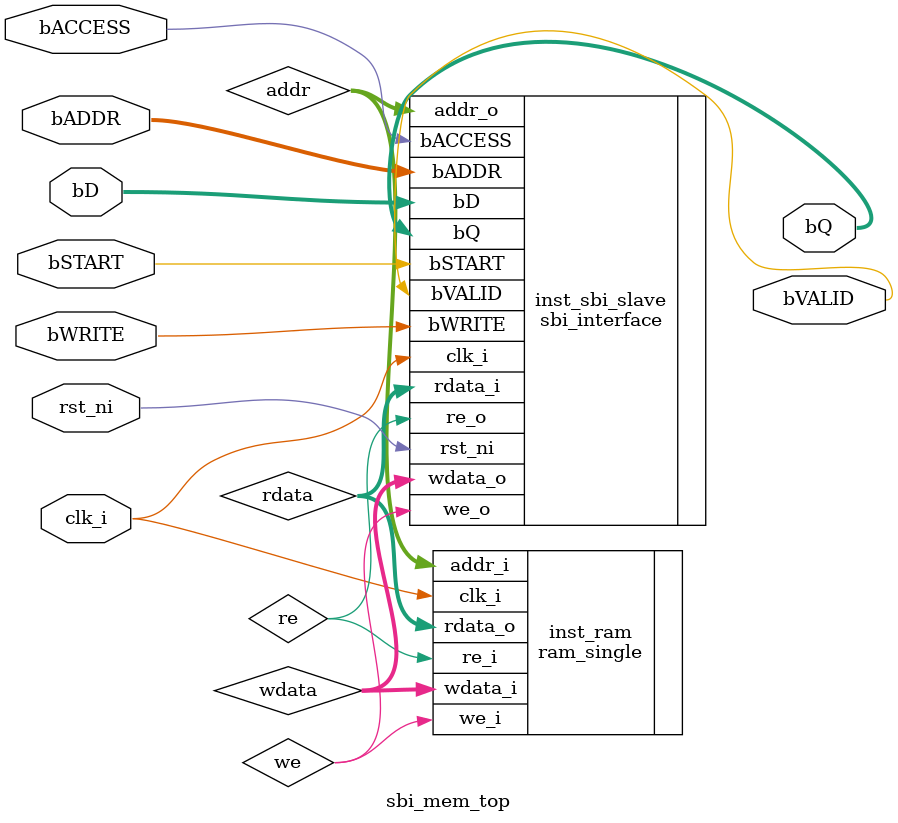
<source format=sv>

module sbi_mem_top #(
    parameter  int Width = 32,
    parameter  int Depth = 256,
    localparam int Aw    = $clog2(Depth)
) (
    input              clk_i,
    input              rst_ni,

    input  [   Aw-1:0] bADDR,
    input              bSTART,
    input              bACCESS,
    input              bWRITE,
    input  [Width-1:0] bD,
    output [Width-1:0] bQ,
    output             bVALID
);

    logic             we;
    logic             re;
    logic [   Aw-1:0] addr;
    logic [Width-1:0] wdata;
    logic [Width-1:0] rdata;

    sbi_interface #(
        .Width (Width),
        .Depth (Depth)
    ) inst_sbi_slave (
        .clk_i   (clk_i),
        .rst_ni  (rst_ni),

        .bADDR   (bADDR),
        .bSTART  (bSTART),
        .bACCESS (bACCESS),
        .bWRITE  (bWRITE),
        .bD      (bD),
        .bQ      (bQ),
        .bVALID  (bVALID),

        .we_o    (we),
        .re_o    (re),
        .addr_o  (addr),
        .wdata_o (wdata),
        .rdata_i (rdata)
    );

    ram_single #(
        .Width (Width),
        .Depth (Depth)
    ) inst_ram (
        .clk_i   (clk_i),

        .we_i    (we),
        .re_i    (re),
        .addr_i  (addr),
        .wdata_i (wdata),
        .rdata_o (rdata)
    );

endmodule

</source>
